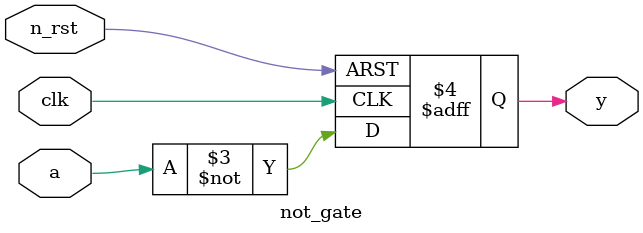
<source format=v>
module not_gate(
    input a,
	input clk,
	input n_rst,
	output reg  y
);

always@(posedge clk or negedge n_rst)
begin
	if(!n_rst)
		y = 1'b0;
	else
		y= ~a;
end


endmodule

</source>
